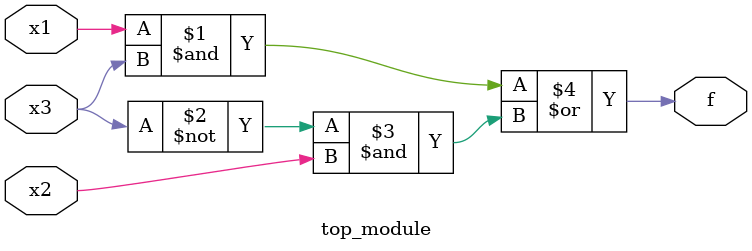
<source format=v>
module top_module( 
    input x3,
    input x2,
    input x1,  // three inputs
    output f   // one output
);

    assign f = (x1 & x3) | (~x3 & x2);
    
endmodule

</source>
